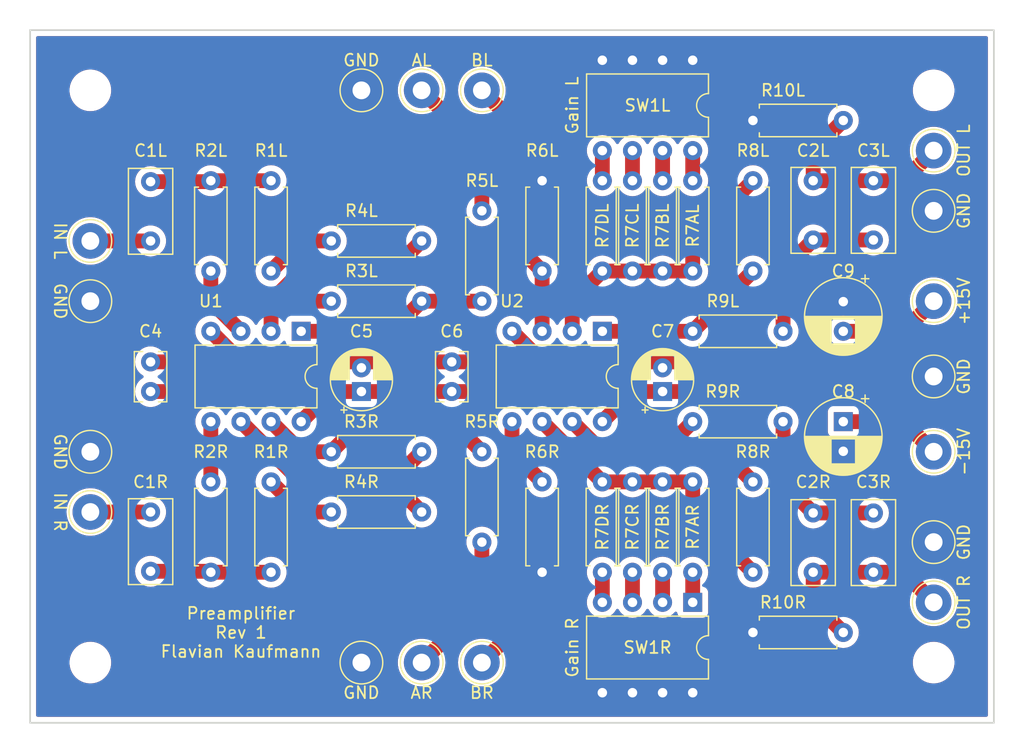
<source format=kicad_pcb>
(kicad_pcb (version 20221018) (generator pcbnew)
  (layers (0 "F.Cu" signal) (31 "B.Cu" signal) (34 "B.Paste" user) (35 "F.Paste" user) (36 "B.SilkS" user "B.Silkscreen") (37 "F.SilkS" user "F.Silkscreen") (38 "B.Mask" user) (39 "F.Mask" user) (44 "Edge.Cuts" user))
  (net 0 "")
  (net 1 "IN_L")
  (net 2 "Net-(C1L1-Pad2)")
  (net 3 "IN_R")
  (net 4 "Net-(C1R1-Pad2)")
  (net 5 "Net-(C2L1-Pad1)")
  (net 6 "OUT_L")
  (net 7 "Net-(C2L2-Pad1)")
  (net 8 "OUT_R")
  (net 9 "Net-(R1L1-Pad2)")
  (net 10 "Net-(R1R1-Pad2)")
  (net 11 "Net-(R2L1-Pad2)")
  (net 12 "Net-(R2R1-Pad2)")
  (net 13 "Net-(R3L1-Pad1)")
  (net 14 "Net-(R3L1-Pad2)")
  (net 15 "Net-(R3R1-Pad1)")
  (net 16 "Net-(R3R1-Pad2)")
  (net 17 "A_L")
  (net 18 "A_R")
  (net 19 "B_L")
  (net 20 "GND")
  (net 21 "B_R")
  (net 22 "Net-(R7AL1-Pad1)")
  (net 23 "Net-(R7AL1-Pad2)")
  (net 24 "Net-(R7AR1-Pad1)")
  (net 25 "Net-(R7AR1-Pad2)")
  (net 26 "Net-(R7BL1-Pad2)")
  (net 27 "Net-(R7BR1-Pad2)")
  (net 28 "Net-(R7CL1-Pad2)")
  (net 29 "Net-(R7CR1-Pad2)")
  (net 30 "Net-(R7DL1-Pad2)")
  (net 31 "Net-(R7DR1-Pad2)")
  (net 32 "Net-(R8L1-Pad1)")
  (net 33 "Net-(R8R1-Pad1)")
  (net 34 "-15V")
  (net 35 "+15V")
  (footprint "Resistor_THT:R_Axial_DIN0207_L6.3mm_D2.5mm_P7.62mm_Horizontal" (layer "F.Cu") (at 134.62 83.82 -90)
    (fp_text reference "R7BR1" hide)
    (fp_text value "8k2" hide)
    (fp_text user "${Name}" (at 3.81 0 90 unlocked) (layer "F.SilkS"))
    (pad "1" thru_hole circle (at 0 0 270) (size 1.6 1.6) (drill 0.8) (layers "*.Cu" "*.Mask") (net 24 "Net-(R7AR1-Pad1)"))
    (pad "2" thru_hole oval (at 7.62 0 270) (size 1.6 1.6) (drill 0.8) (layers "*.Cu" "*.Mask") (net 27 "Net-(R7BR1-Pad2)"))
  )
  (footprint "Resistor_THT:R_Axial_DIN0207_L6.3mm_D2.5mm_P7.62mm_Horizontal" (layer "F.Cu") (at 137.16 71.12)
    (fp_text reference "R9L1" hide)
    (fp_text value "100R" hide)
    (fp_text user "${Name}" (at 2.54 -2.54 unlocked) (layer "F.SilkS"))
    (pad "1" thru_hole circle (at 0 0) (size 1.6 1.6) (drill 0.8) (layers "*.Cu" "*.Mask") (net 32 "Net-(R8L1-Pad1)"))
    (pad "2" thru_hole oval (at 7.62 0) (size 1.6 1.6) (drill 0.8) (layers "*.Cu" "*.Mask") (net 5 "Net-(C2L1-Pad1)"))
  )
  (footprint "Connector_Pin:Pin_D1.3mm_L11.0mm_LooseFit" (layer "F.Cu") (at 86.36 86.36)
    (fp_text reference "REF**" hide)
    (fp_text value "Pin_D1.3mm_L11.0mm_LooseFit" hide)
    (pad "1" thru_hole circle (at 0 0) (size 3 3) (drill 1.5) (layers "*.Cu" "*.Mask") (net 3 "IN_R"))
  )
  (footprint "MountingHole:MountingHole_2.5mm" (layer "F.Cu") (at 157.48 50.8)
    (fp_text reference "REF**" hide)
    (fp_text value "MountingHole_2.5mm" hide)
    (pad "" np_thru_hole circle (at 0 0) (size 2.5 2.5) (drill 2.5) (layers "*.Cu" "*.Mask"))
  )
  (footprint "MountingHole:MountingHole_2.5mm" (layer "F.Cu") (at 86.36 99.06)
    (fp_text reference "REF**" hide)
    (fp_text value "MountingHole_2.5mm" hide)
    (pad "" np_thru_hole circle (at 0 0) (size 2.5 2.5) (drill 2.5) (layers "*.Cu" "*.Mask"))
  )
  (footprint "Connector_Pin:Pin_D1.3mm_L11.0mm_LooseFit" (layer "F.Cu") (at 157.48 55.88)
    (fp_text reference "REF**" hide)
    (fp_text value "Pin_D1.3mm_L11.0mm_LooseFit" hide)
    (pad "1" thru_hole circle (at 0 0) (size 3 3) (drill 1.5) (layers "*.Cu" "*.Mask") (net 6 "OUT_L"))
  )
  (footprint "Resistor_THT:R_Axial_DIN0207_L6.3mm_D2.5mm_P7.62mm_Horizontal" (layer "F.Cu") (at 101.6 91.44 90)
    (fp_text reference "R1R1" hide)
    (fp_text value "100k" hide)
    (fp_text user "${Name}" (at 10.16 0 unlocked) (layer "F.SilkS"))
    (pad "1" thru_hole circle (at 0 0 90) (size 1.6 1.6) (drill 0.8) (layers "*.Cu" "*.Mask") (net 4 "Net-(C1R1-Pad2)"))
    (pad "2" thru_hole oval (at 7.62 0 90) (size 1.6 1.6) (drill 0.8) (layers "*.Cu" "*.Mask") (net 10 "Net-(R1R1-Pad2)"))
  )
  (footprint "Package_DIP:DIP-8_W7.62mm" (layer "F.Cu") (at 129.54 71.12 -90)
    (fp_text reference "U2" (at -2.54 7.62 180) (layer "F.SilkS"))
    (fp_text value "OPA2134" hide)
    (pad "1" thru_hole rect (at 0 0 270) (size 1.6 1.6) (drill 0.8) (layers "*.Cu" "*.Mask") (net 32 "Net-(R8L1-Pad1)"))
    (pad "2" thru_hole oval (at 0 2.54 270) (size 1.6 1.6) (drill 0.8) (layers "*.Cu" "*.Mask") (net 22 "Net-(R7AL1-Pad1)"))
    (pad "3" thru_hole oval (at 0 5.08 270) (size 1.6 1.6) (drill 0.8) (layers "*.Cu" "*.Mask") (net 19 "B_L"))
    (pad "4" thru_hole oval (at 0 7.62 270) (size 1.6 1.6) (drill 0.8) (layers "*.Cu" "*.Mask") (net 34 "-15V"))
    (pad "5" thru_hole oval (at 7.62 7.62 270) (size 1.6 1.6) (drill 0.8) (layers "*.Cu" "*.Mask") (net 21 "B_R"))
    (pad "6" thru_hole oval (at 7.62 5.08 270) (size 1.6 1.6) (drill 0.8) (layers "*.Cu" "*.Mask") (net 24 "Net-(R7AR1-Pad1)"))
    (pad "7" thru_hole oval (at 7.62 2.54 270) (size 1.6 1.6) (drill 0.8) (layers "*.Cu" "*.Mask") (net 33 "Net-(R8R1-Pad1)"))
    (pad "8" thru_hole oval (at 7.62 0 270) (size 1.6 1.6) (drill 0.8) (layers "*.Cu" "*.Mask") (net 35 "+15V"))
  )
  (footprint "Resistor_THT:R_Axial_DIN0207_L6.3mm_D2.5mm_P7.62mm_Horizontal" (layer "F.Cu") (at 119.38 68.58 90)
    (fp_text reference "R5L1" hide)
    (fp_text value "1k5" hide)
    (fp_text user "${Name}" (at 10.16 0 unlocked) (layer "F.SilkS"))
    (pad "1" thru_hole circle (at 0 0 90) (size 1.6 1.6) (drill 0.8) (layers "*.Cu" "*.Mask") (net 14 "Net-(R3L1-Pad2)"))
    (pad "2" thru_hole oval (at 7.62 0 90) (size 1.6 1.6) (drill 0.8) (layers "*.Cu" "*.Mask") (net 17 "A_L"))
  )
  (footprint "Capacitor_THT:C_Rect_L4.0mm_W2.5mm_P2.50mm" (layer "F.Cu") (at 91.44 76.2 90)
    (fp_text reference "C4" (at 5.08 0 180) (layer "F.SilkS"))
    (fp_text value "100n" hide)
    (pad "1" thru_hole circle (at 0 0 90) (size 1.6 1.6) (drill 0.8) (layers "*.Cu" "*.Mask") (net 35 "+15V"))
    (pad "2" thru_hole circle (at 2.5 0 90) (size 1.6 1.6) (drill 0.8) (layers "*.Cu" "*.Mask") (net 34 "-15V"))
  )
  (footprint "Connector_Pin:Pin_D1.3mm_L11.0mm_LooseFit" (layer "F.Cu") (at 86.36 81.28)
    (fp_text reference "REF**" hide)
    (fp_text value "Pin_D1.3mm_L11.0mm_LooseFit" hide)
    (pad "1" thru_hole circle (at 0 0) (size 3 3) (drill 1.5) (layers "*.Cu" "*.Mask") (net 20 "GND"))
  )
  (footprint "Connector_Pin:Pin_D1.3mm_L11.0mm_LooseFit" (layer "F.Cu") (at 157.48 81.28)
    (fp_text reference "REF**" hide)
    (fp_text value "Pin_D1.3mm_L11.0mm_LooseFit" hide)
    (pad "1" thru_hole circle (at 0 0) (size 3 3) (drill 1.5) (layers "*.Cu" "*.Mask") (net 35 "+15V"))
  )
  (footprint "Capacitor_THT:C_Rect_L7.0mm_W3.5mm_P5.00mm" (layer "F.Cu") (at 147.32 63.42 90)
    (fp_text reference "C2L1" hide)
    (fp_text value "1u" hide)
    (fp_text user "${Name}" (at 7.54 0 unlocked) (layer "F.SilkS"))
    (pad "1" thru_hole circle (at 0 0 90) (size 1.6 1.6) (drill 0.8) (layers "*.Cu" "*.Mask") (net 5 "Net-(C2L1-Pad1)"))
    (pad "2" thru_hole circle (at 5 0 90) (size 1.6 1.6) (drill 0.8) (layers "*.Cu" "*.Mask") (net 6 "OUT_L"))
  )
  (footprint "Resistor_THT:R_Axial_DIN0207_L6.3mm_D2.5mm_P7.62mm_Horizontal" (layer "F.Cu") (at 106.68 63.5)
    (fp_text reference "R4L1" hide)
    (fp_text value "10k" hide)
    (fp_text user "${Name}" (at 2.54 -2.54 unlocked) (layer "F.SilkS"))
    (pad "1" thru_hole circle (at 0 0) (size 1.6 1.6) (drill 0.8) (layers "*.Cu" "*.Mask") (net 9 "Net-(R1L1-Pad2)"))
    (pad "2" thru_hole oval (at 7.62 0) (size 1.6 1.6) (drill 0.8) (layers "*.Cu" "*.Mask") (net 13 "Net-(R3L1-Pad1)"))
  )
  (footprint "Resistor_THT:R_Axial_DIN0207_L6.3mm_D2.5mm_P7.62mm_Horizontal" (layer "F.Cu") (at 124.46 66.04 90)
    (fp_text reference "R6L1" hide)
    (fp_text value "15k" hide)
    (fp_text user "${Name}" (at 10.16 0 unlocked) (layer "F.SilkS"))
    (pad "1" thru_hole circle (at 0 0 90) (size 1.6 1.6) (drill 0.8) (layers "*.Cu" "*.Mask") (net 19 "B_L"))
    (pad "2" thru_hole oval (at 7.62 0 90) (size 1.6 1.6) (drill 0.8) (layers "*.Cu" "*.Mask") (net 20 "GND"))
  )
  (footprint "Resistor_THT:R_Axial_DIN0207_L6.3mm_D2.5mm_P7.62mm_Horizontal" (layer "F.Cu") (at 106.68 86.36)
    (fp_text reference "R4R1" hide)
    (fp_text value "10k" hide)
    (fp_text user "${Name}" (at 2.54 -2.54 unlocked) (layer "F.SilkS"))
    (pad "1" thru_hole circle (at 0 0) (size 1.6 1.6) (drill 0.8) (layers "*.Cu" "*.Mask") (net 10 "Net-(R1R1-Pad2)"))
    (pad "2" thru_hole oval (at 7.62 0) (size 1.6 1.6) (drill 0.8) (layers "*.Cu" "*.Mask") (net 15 "Net-(R3R1-Pad1)"))
  )
  (footprint "Capacitor_THT:C_Rect_L7.0mm_W3.5mm_P5.00mm" (layer "F.Cu") (at 91.44 63.5 90)
    (fp_text reference "C1L1" hide)
    (fp_text value "1u" hide)
    (fp_text user "${Name}" (at 7.62 0 unlocked) (layer "F.SilkS"))
    (pad "1" thru_hole circle (at 0 0 90) (size 1.6 1.6) (drill 0.8) (layers "*.Cu" "*.Mask") (net 1 "IN_L"))
    (pad "2" thru_hole circle (at 5 0 90) (size 1.6 1.6) (drill 0.8) (layers "*.Cu" "*.Mask") (net 2 "Net-(C1L1-Pad2)"))
  )
  (footprint "Connector_Pin:Pin_D1.3mm_L11.0mm_LooseFit" (layer "F.Cu") (at 86.36 63.5)
    (fp_text reference "REF**" hide)
    (fp_text value "Pin_D1.3mm_L11.0mm_LooseFit" hide)
    (pad "1" thru_hole circle (at 0 0) (size 3 3) (drill 1.5) (layers "*.Cu" "*.Mask") (net 1 "IN_L"))
  )
  (footprint "Connector_Pin:Pin_D1.3mm_L11.0mm_LooseFit" (layer "F.Cu") (at 157.48 88.9)
    (fp_text reference "REF**" hide)
    (fp_text value "Pin_D1.3mm_L11.0mm_LooseFit" hide)
    (pad "1" thru_hole circle (at 0 0) (size 3 3) (drill 1.5) (layers "*.Cu" "*.Mask") (net 20 "GND"))
  )
  (footprint "Resistor_THT:R_Axial_DIN0207_L6.3mm_D2.5mm_P7.62mm_Horizontal" (layer "F.Cu") (at 101.6 58.42 -90)
    (fp_text reference "R1L1" hide)
    (fp_text value "100k" hide)
    (fp_text user "${Name}" (at -2.54 0 unlocked) (layer "F.SilkS"))
    (pad "1" thru_hole circle (at 0 0 270) (size 1.6 1.6) (drill 0.8) (layers "*.Cu" "*.Mask") (net 2 "Net-(C1L1-Pad2)"))
    (pad "2" thru_hole oval (at 7.62 0 270) (size 1.6 1.6) (drill 0.8) (layers "*.Cu" "*.Mask") (net 9 "Net-(R1L1-Pad2)"))
  )
  (footprint "Connector_Pin:Pin_D1.3mm_L11.0mm_LooseFit" (layer "F.Cu") (at 114.3 99.06)
    (fp_text reference "REF**" hide)
    (fp_text value "Pin_D1.3mm_L11.0mm_LooseFit" hide)
    (pad "1" thru_hole circle (at 0 0) (size 3 3) (drill 1.5) (layers "*.Cu" "*.Mask") (net 18 "A_R"))
  )
  (footprint "Connector_Pin:Pin_D1.3mm_L11.0mm_LooseFit" (layer "F.Cu") (at 109.22 50.8)
    (fp_text reference "REF**" hide)
    (fp_text value "Pin_D1.3mm_L11.0mm_LooseFit" hide)
    (pad "1" thru_hole circle (at 0 0) (size 3 3) (drill 1.5) (layers "*.Cu" "*.Mask") (net 20 "GND"))
  )
  (footprint "Connector_Pin:Pin_D1.3mm_L11.0mm_LooseFit" (layer "F.Cu") (at 157.48 74.93)
    (fp_text reference "REF**" hide)
    (fp_text value "Pin_D1.3mm_L11.0mm_LooseFit" hide)
    (pad "1" thru_hole circle (at 0 0) (size 3 3) (drill 1.5) (layers "*.Cu" "*.Mask") (net 20 "GND"))
  )
  (footprint "Connector_Pin:Pin_D1.3mm_L11.0mm_LooseFit" (layer "F.Cu") (at 119.38 50.8)
    (fp_text reference "REF**" hide)
    (fp_text value "Pin_D1.3mm_L11.0mm_LooseFit" hide)
    (pad "1" thru_hole circle (at 0 0) (size 3 3) (drill 1.5) (layers "*.Cu" "*.Mask") (net 19 "B_L"))
  )
  (footprint "Resistor_THT:R_Axial_DIN0207_L6.3mm_D2.5mm_P7.62mm_Horizontal" (layer "F.Cu") (at 137.16 78.74)
    (fp_text reference "R9R1" hide)
    (fp_text value "100R" hide)
    (fp_text user "${Name}" (at 2.54 -2.54 unlocked) (layer "F.SilkS"))
    (pad "1" thru_hole circle (at 0 0) (size 1.6 1.6) (drill 0.8) (layers "*.Cu" "*.Mask") (net 33 "Net-(R8R1-Pad1)"))
    (pad "2" thru_hole oval (at 7.62 0) (size 1.6 1.6) (drill 0.8) (layers "*.Cu" "*.Mask") (net 7 "Net-(C2L2-Pad1)"))
  )
  (footprint "Capacitor_THT:C_Rect_L7.0mm_W3.5mm_P5.00mm" (layer "F.Cu") (at 91.44 86.36 -90)
    (fp_text reference "C1R1" hide)
    (fp_text value "1u" hide)
    (fp_text user "${Name}" (at -2.54 0 unlocked) (layer "F.SilkS"))
    (pad "1" thru_hole circle (at 0 0 270) (size 1.6 1.6) (drill 0.8) (layers "*.Cu" "*.Mask") (net 3 "IN_R"))
    (pad "2" thru_hole circle (at 5 0 270) (size 1.6 1.6) (drill 0.8) (layers "*.Cu" "*.Mask") (net 4 "Net-(C1R1-Pad2)"))
  )
  (footprint "Capacitor_THT:CP_Radial_D6.3mm_P2.50mm" (layer "F.Cu") (at 149.86 68.62 -90)
    (fp_text reference "C9" (at -2.58 0 180) (layer "F.SilkS"))
    (fp_text value "10u" hide)
    (pad "1" thru_hole rect (at 0 0 270) (size 1.6 1.6) (drill 0.8) (layers "*.Cu" "*.Mask") (net 20 "GND"))
    (pad "2" thru_hole circle (at 2.5 0 270) (size 1.6 1.6) (drill 0.8) (layers "*.Cu" "*.Mask") (net 34 "-15V"))
  )
  (footprint "MountingHole:MountingHole_2.5mm" (layer "F.Cu") (at 86.36 50.8)
    (fp_text reference "REF**" hide)
    (fp_text value "MountingHole_2.5mm" hide)
    (pad "" np_thru_hole circle (at 0 0) (size 2.5 2.5) (drill 2.5) (layers "*.Cu" "*.Mask"))
  )
  (footprint "Resistor_THT:R_Axial_DIN0207_L6.3mm_D2.5mm_P7.62mm_Horizontal" (layer "F.Cu") (at 119.38 81.28 -90)
    (fp_text reference "R5R1" hide)
    (fp_text value "1k5" hide)
    (fp_text user "${Name}" (at -2.54 0 unlocked) (layer "F.SilkS"))
    (pad "1" thru_hole circle (at 0 0 270) (size 1.6 1.6) (drill 0.8) (layers "*.Cu" "*.Mask") (net 16 "Net-(R3R1-Pad2)"))
    (pad "2" thru_hole oval (at 7.62 0 270) (size 1.6 1.6) (drill 0.8) (layers "*.Cu" "*.Mask") (net 18 "A_R"))
  )
  (footprint "Capacitor_THT:C_Rect_L7.0mm_W3.5mm_P5.00mm" (layer "F.Cu") (at 147.32 86.44 -90)
    (fp_text reference "C2L2" hide)
    (fp_text value "1u" hide)
    (fp_text user "${Name}" (at -2.62 0 unlocked) (layer "F.SilkS"))
    (pad "1" thru_hole circle (at 0 0 270) (size 1.6 1.6) (drill 0.8) (layers "*.Cu" "*.Mask") (net 7 "Net-(C2L2-Pad1)"))
    (pad "2" thru_hole circle (at 5 0 270) (size 1.6 1.6) (drill 0.8) (layers "*.Cu" "*.Mask") (net 8 "OUT_R"))
  )
  (footprint "Resistor_THT:R_Axial_DIN0207_L6.3mm_D2.5mm_P7.62mm_Horizontal" (layer "F.Cu") (at 132.08 66.04 90)
    (fp_text reference "R7CL1" hide)
    (fp_text value "10k" hide)
    (fp_text user "${Name}" (at 3.81 0 90 unlocked) (layer "F.SilkS"))
    (pad "1" thru_hole circle (at 0 0 90) (size 1.6 1.6) (drill 0.8) (layers "*.Cu" "*.Mask") (net 22 "Net-(R7AL1-Pad1)"))
    (pad "2" thru_hole oval (at 7.62 0 90) (size 1.6 1.6) (drill 0.8) (layers "*.Cu" "*.Mask") (net 28 "Net-(R7CL1-Pad2)"))
  )
  (footprint "Capacitor_THT:C_Rect_L7.0mm_W3.5mm_P5.00mm" (layer "F.Cu") (at 152.4 91.44 90)
    (fp_text reference "C3L2" hide)
    (fp_text value "1u" hide)
    (fp_text user "${Name}" (at 7.62 0 unlocked) (layer "F.SilkS"))
    (pad "1" thru_hole circle (at 0 0 90) (size 1.6 1.6) (drill 0.8) (layers "*.Cu" "*.Mask") (net 8 "OUT_R"))
    (pad "2" thru_hole circle (at 5 0 90) (size 1.6 1.6) (drill 0.8) (layers "*.Cu" "*.Mask") (net 7 "Net-(C2L2-Pad1)"))
  )
  (footprint "Resistor_THT:R_Axial_DIN0207_L6.3mm_D2.5mm_P7.62mm_Horizontal" (layer "F.Cu") (at 114.3 81.28 180)
    (fp_text reference "R3R1" hide)
    (fp_text value "10k" hide)
    (fp_text user "${Name}" (at 5.08 2.54 unlocked) (layer "F.SilkS"))
    (pad "1" thru_hole circle (at 0 0 180) (size 1.6 1.6) (drill 0.8) (layers "*.Cu" "*.Mask") (net 15 "Net-(R3R1-Pad1)"))
    (pad "2" thru_hole oval (at 7.62 0 180) (size 1.6 1.6) (drill 0.8) (layers "*.Cu" "*.Mask") (net 16 "Net-(R3R1-Pad2)"))
  )
  (footprint "Capacitor_THT:CP_Radial_D5.0mm_P2.00mm" (layer "F.Cu") (at 109.22 76.2 90)
    (fp_text reference "C5" (at 5.08 0 180) (layer "F.SilkS"))
    (fp_text value "1u" hide)
    (pad "1" thru_hole rect (at 0 0 90) (size 1.6 1.6) (drill 0.8) (layers "*.Cu" "*.Mask") (net 35 "+15V"))
    (pad "2" thru_hole circle (at 2 0 90) (size 1.6 1.6) (drill 0.8) (layers "*.Cu" "*.Mask") (net 34 "-15V"))
  )
  (footprint "Resistor_THT:R_Axial_DIN0207_L6.3mm_D2.5mm_P7.62mm_Horizontal" (layer "F.Cu") (at 142.24 66.04 90)
    (fp_text reference "R8L1" hide)
    (fp_text value "10k" hide)
    (fp_text user "${Name}" (at 10.16 0 unlocked) (layer "F.SilkS"))
    (pad "1" thru_hole circle (at 0 0 90) (size 1.6 1.6) (drill 0.8) (layers "*.Cu" "*.Mask") (net 32 "Net-(R8L1-Pad1)"))
    (pad "2" thru_hole oval (at 7.62 0 90) (size 1.6 1.6) (drill 0.8) (layers "*.Cu" "*.Mask") (net 22 "Net-(R7AL1-Pad1)"))
  )
  (footprint "Package_DIP:DIP-8_W7.62mm" (layer "F.Cu") (at 137.16 93.98 -90)
    (fp_text reference "SW1R1" hide)
    (fp_text value "SW_DIP_x04" hide)
    (fp_text user "${Name}" (at 3.81 3.81 unlocked) (layer "F.SilkS"))
    (pad "1" thru_hole rect (at 0 0 270) (size 1.6 1.6) (drill 0.8) (layers "*.Cu" "*.Mask") (net 25 "Net-(R7AR1-Pad2)"))
    (pad "2" thru_hole oval (at 0 2.54 270) (size 1.6 1.6) (drill 0.8) (layers "*.Cu" "*.Mask") (net 27 "Net-(R7BR1-Pad2)"))
    (pad "3" thru_hole oval (at 0 5.08 270) (size 1.6 1.6) (drill 0.8) (layers "*.Cu" "*.Mask") (net 29 "Net-(R7CR1-Pad2)"))
    (pad "4" thru_hole oval (at 0 7.62 270) (size 1.6 1.6) (drill 0.8) (layers "*.Cu" "*.Mask") (net 31 "Net-(R7DR1-Pad2)"))
    (pad "5" thru_hole oval (at 7.62 7.62 270) (size 1.6 1.6) (drill 0.8) (layers "*.Cu" "*.Mask") (net 20 "GND"))
    (pad "6" thru_hole oval (at 7.62 5.08 270) (size 1.6 1.6) (drill 0.8) (layers "*.Cu" "*.Mask") (net 20 "GND"))
    (pad "7" thru_hole oval (at 7.62 2.54 270) (size 1.6 1.6) (drill 0.8) (layers "*.Cu" "*.Mask") (net 20 "GND"))
    (pad "8" thru_hole oval (at 7.62 0 270) (size 1.6 1.6) (drill 0.8) (layers "*.Cu" "*.Mask") (net 20 "GND"))
  )
  (footprint "Capacitor_THT:C_Rect_L7.0mm_W3.5mm_P5.00mm" (layer "F.Cu") (at 152.4 58.42 -90)
    (fp_text reference "C3L1" hide)
    (fp_text value "1u" hide)
    (fp_text user "${Name}" (at -2.54 0 unlocked) (layer "F.SilkS"))
    (pad "1" thru_hole circle (at 0 0 270) (size 1.6 1.6) (drill 0.8) (layers "*.Cu" "*.Mask") (net 6 "OUT_L"))
    (pad "2" thru_hole circle (at 5 0 270) (size 1.6 1.6) (drill 0.8) (layers "*.Cu" "*.Mask") (net 5 "Net-(C2L1-Pad1)"))
  )
  (footprint "Capacitor_THT:CP_Radial_D5.0mm_P2.00mm" (layer "F.Cu") (at 134.62 76.2 90)
    (fp_text reference "C7" (at 5.08 0 180) (layer "F.SilkS"))
    (fp_text value "1u" hide)
    (pad "1" thru_hole rect (at 0 0 90) (size 1.6 1.6) (drill 0.8) (layers "*.Cu" "*.Mask") (net 35 "+15V"))
    (pad "2" thru_hole circle (at 2 0 90) (size 1.6 1.6) (drill 0.8) (layers "*.Cu" "*.Mask") (net 34 "-15V"))
  )
  (footprint "Connector_Pin:Pin_D1.3mm_L11.0mm_LooseFit" (layer "F.Cu") (at 86.36 68.58)
    (fp_text reference "REF**" hide)
    (fp_text value "Pin_D1.3mm_L11.0mm_LooseFit" hide)
    (pad "1" thru_hole circle (at 0 0) (size 3 3) (drill 1.5) (layers "*.Cu" "*.Mask") (net 20 "GND"))
  )
  (footprint "Resistor_THT:R_Axial_DIN0207_L6.3mm_D2.5mm_P7.62mm_Horizontal" (layer "F.Cu") (at 137.16 83.82 -90)
    (fp_text reference "R7AR1" hide)
    (fp_text value "6k8" hide)
    (fp_text user "${Name}" (at 3.81 0 90 unlocked) (layer "F.SilkS"))
    (pad "1" thru_hole circle (at 0 0 270) (size 1.6 1.6) (drill 0.8) (layers "*.Cu" "*.Mask") (net 24 "Net-(R7AR1-Pad1)"))
    (pad "2" thru_hole oval (at 7.62 0 270) (size 1.6 1.6) (drill 0.8) (layers "*.Cu" "*.Mask") (net 25 "Net-(R7AR1-Pad2)"))
  )
  (footprint "Capacitor_THT:CP_Radial_D6.3mm_P2.50mm" (layer "F.Cu") (at 149.86 78.74 -90)
    (fp_text reference "C8" (at -2.54 0 180) (layer "F.SilkS"))
    (fp_text value "10u" hide)
    (pad "1" thru_hole rect (at 0 0 270) (size 1.6 1.6) (drill 0.8) (layers "*.Cu" "*.Mask") (net 35 "+15V"))
    (pad "2" thru_hole circle (at 2.5 0 270) (size 1.6 1.6) (drill 0.8) (layers "*.Cu" "*.Mask") (net 20 "GND"))
  )
  (footprint "Resistor_THT:R_Axial_DIN0207_L6.3mm_D2.5mm_P7.62mm_Horizontal" (layer "F.Cu") (at 134.62 66.04 90)
    (fp_text reference "R7BL1" hide)
    (fp_text value "8k2" hide)
    (fp_text user "${Name}" (at 3.81 0 90 unlocked) (layer "F.SilkS"))
    (pad "1" thru_hole circle (at 0 0 90) (size 1.6 1.6) (drill 0.8) (layers "*.Cu" "*.Mask") (net 22 "Net-(R7AL1-Pad1)"))
    (pad "2" thru_hole oval (at 7.62 0 90) (size 1.6 1.6) (drill 0.8) (layers "*.Cu" "*.Mask") (net 26 "Net-(R7BL1-Pad2)"))
  )
  (footprint "Connector_Pin:Pin_D1.3mm_L11.0mm_LooseFit" (layer "F.Cu") (at 114.3 50.8)
    (fp_text reference "REF**" hide)
    (fp_text value "Pin_D1.3mm_L11.0mm_LooseFit" hide)
    (pad "1" thru_hole circle (at 0 0) (size 3 3) (drill 1.5) (layers "*.Cu" "*.Mask") (net 17 "A_L"))
  )
  (footprint "Resistor_THT:R_Axial_DIN0207_L6.3mm_D2.5mm_P7.62mm_Horizontal" (layer "F.Cu") (at 132.08 83.82 -90)
    (fp_text reference "R7CR1" hide)
    (fp_text value "10k" hide)
    (fp_text user "${Name}" (at 3.81 0 90 unlocked) (layer "F.SilkS"))
    (pad "1" thru_hole circle (at 0 0 270) (size 1.6 1.6) (drill 0.8) (layers "*.Cu" "*.Mask") (net 24 "Net-(R7AR1-Pad1)"))
    (pad "2" thru_hole oval (at 7.62 0 270) (size 1.6 1.6) (drill 0.8) (layers "*.Cu" "*.Mask") (net 29 "Net-(R7CR1-Pad2)"))
  )
  (footprint "Connector_Pin:Pin_D1.3mm_L11.0mm_LooseFit" (layer "F.Cu") (at 157.48 60.96)
    (fp_text reference "REF**" hide)
    (fp_text value "Pin_D1.3mm_L11.0mm_LooseFit" hide)
    (pad "1" thru_hole circle (at 0 0) (size 3 3) (drill 1.5) (layers "*.Cu" "*.Mask") (net 20 "GND"))
  )
  (footprint "Resistor_THT:R_Axial_DIN0207_L6.3mm_D2.5mm_P7.62mm_Horizontal" (layer "F.Cu") (at 137.16 66.04 90)
    (fp_text reference "R7AL1" hide)
    (fp_text value "6k8" hide)
    (fp_text user "${Name}" (at 3.81 0 90 unlocked) (layer "F.SilkS"))
    (pad "1" thru_hole circle (at 0 0 90) (size 1.6 1.6) (drill 0.8) (layers "*.Cu" "*.Mask") (net 22 "Net-(R7AL1-Pad1)"))
    (pad "2" thru_hole oval (at 7.62 0 90) (size 1.6 1.6) (drill 0.8) (layers "*.Cu" "*.Mask") (net 23 "Net-(R7AL1-Pad2)"))
  )
  (footprint "Connector_Pin:Pin_D1.3mm_L11.0mm_LooseFit" (layer "F.Cu") (at 157.48 93.98)
    (fp_text reference "REF**" hide)
    (fp_text value "Pin_D1.3mm_L11.0mm_LooseFit" hide)
    (pad "1" thru_hole circle (at 0 0) (size 3 3) (drill 1.5) (layers "*.Cu" "*.Mask") (net 8 "OUT_R"))
  )
  (footprint "Capacitor_THT:C_Rect_L4.0mm_W2.5mm_P2.50mm" (layer "F.Cu") (at 116.84 76.2 90)
    (fp_text reference "C6" (at 5.08 0 180) (layer "F.SilkS"))
    (fp_text value "100n" hide)
    (pad "1" thru_hole circle (at 0 0 90) (size 1.6 1.6) (drill 0.8) (layers "*.Cu" "*.Mask") (net 35 "+15V"))
    (pad "2" thru_hole circle (at 2.5 0 90) (size 1.6 1.6) (drill 0.8) (layers "*.Cu" "*.Mask") (net 34 "-15V"))
  )
  (footprint "Connector_Pin:Pin_D1.3mm_L11.0mm_LooseFit" (layer "F.Cu") (at 157.48 68.58)
    (fp_text reference "REF**" hide)
    (fp_text value "Pin_D1.3mm_L11.0mm_LooseFit" hide)
    (pad "1" thru_hole circle (at 0 0) (size 3 3) (drill 1.5) (layers "*.Cu" "*.Mask") (net 34 "-15V"))
  )
  (footprint "Connector_Pin:Pin_D1.3mm_L11.0mm_LooseFit" (layer "F.Cu") (at 109.22 99.06)
    (fp_text reference "REF**" hide)
    (fp_text value "Pin_D1.3mm_L11.0mm_LooseFit" hide)
    (pad "1" thru_hole circle (at 0 0) (size 3 3) (drill 1.5) (layers "*.Cu" "*.Mask") (net 20 "GND"))
  )
  (footprint "Resistor_THT:R_Axial_DIN0207_L6.3mm_D2.5mm_P7.62mm_Horizontal" (layer "F.Cu") (at 149.86 96.52 180)
    (fp_text reference "R10R1" hide)
    (fp_text value "100k" hide)
    (fp_text user "${Name}" (at 5.08 2.54 unlocked) (layer "F.SilkS"))
    (pad "1" thru_hole circle (at 0 0 180) (size 1.6 1.6) (drill 0.8) (layers "*.Cu" "*.Mask") (net 8 "OUT_R"))
    (pad "2" thru_hole oval (at 7.62 0 180) (size 1.6 1.6) (drill 0.8) (layers "*.Cu" "*.Mask") (net 20 "GND"))
  )
  (footprint "Resistor_THT:R_Axial_DIN0207_L6.3mm_D2.5mm_P7.62mm_Horizontal" (layer "F.Cu") (at 106.68 68.58)
    (fp_text reference "R3L1" hide)
    (fp_text value "10k" hide)
    (fp_text user "${Name}" (at 2.54 -2.54 unlocked) (layer "F.SilkS"))
    (pad "1" thru_hole circle (at 0 0) (size 1.6 1.6) (drill 0.8) (layers "*.Cu" "*.Mask") (net 13 "Net-(R3L1-Pad1)"))
    (pad "2" thru_hole oval (at 7.62 0) (size 1.6 1.6) (drill 0.8) (layers "*.Cu" "*.Mask") (net 14 "Net-(R3L1-Pad2)"))
  )
  (footprint "Resistor_THT:R_Axial_DIN0207_L6.3mm_D2.5mm_P7.62mm_Horizontal" (layer "F.Cu") (at 124.46 83.82 -90)
    (fp_text reference "R6R1" hide)
    (fp_text value "15k" hide)
    (fp_text user "${Name}" (at -2.54 0 unlocked) (layer "F.SilkS"))
    (pad "1" thru_hole circle (at 0 0 270) (size 1.6 1.6) (drill 0.8) (layers "*.Cu" "*.Mask") (net 21 "B_R"))
    (pad "2" thru_hole oval (at 7.62 0 270) (size 1.6 1.6) (drill 0.8) (layers "*.Cu" "*.Mask") (net 20 "GND"))
  )
  (footprint "Resistor_THT:R_Axial_DIN0207_L6.3mm_D2.5mm_P7.62mm_Horizontal" (layer "F.Cu") (at 96.52 91.44 90)
    (fp_text reference "R2R1" hide)
    (fp_text value "1k" hide)
    (fp_text user "${Name}" (at 10.16 0 unlocked) (layer "F.SilkS"))
    (pad "1" thru_hole circle (at 0 0 90) (size 1.6 1.6) (drill 0.8) (layers "*.Cu" "*.Mask") (net 4 "Net-(C1R1-Pad2)"))
    (pad "2" thru_hole oval (at 7.62 0 90) (size 1.6 1.6) (drill 0.8) (layers "*.Cu" "*.Mask") (net 12 "Net-(R2R1-Pad2)"))
  )
  (footprint "Resistor_THT:R_Axial_DIN0207_L6.3mm_D2.5mm_P7.62mm_Horizontal" (layer "F.Cu") (at 149.86 53.34 180)
    (fp_text reference "R10L1" hide)
    (fp_text value "100k" hide)
    (fp_text user "${Name}" (at 5.08 2.54 unlocked) (layer "F.SilkS"))
    (pad "1" thru_hole circle (at 0 0 180) (size 1.6 1.6) (drill 0.8) (layers "*.Cu" "*.Mask") (net 6 "OUT_L"))
    (pad "2" thru_hole oval (at 7.62 0 180) (size 1.6 1.6) (drill 0.8) (layers "*.Cu" "*.Mask") (net 20 "GND"))
  )
  (footprint "Resistor_THT:R_Axial_DIN0207_L6.3mm_D2.5mm_P7.62mm_Horizontal" (layer "F.Cu") (at 96.52 58.42 -90)
    (fp_text reference "R2L1" hide)
    (fp_text value "1k" hide)
    (fp_text user "${Name}" (at -2.54 0 unlocked) (layer "F.SilkS"))
    (pad "1" thru_hole circle (at 0 0 270) (size 1.6 1.6) (drill 0.8) (layers "*.Cu" "*.Mask") (net 2 "Net-(C1L1-Pad2)"))
    (pad "2" thru_hole oval (at 7.62 0 270) (size 1.6 1.6) (drill 0.8) (layers "*.Cu" "*.Mask") (net 11 "Net-(R2L1-Pad2)"))
  )
  (footprint "Package_DIP:DIP-8_W7.62mm" (layer "F.Cu") (at 104.14 71.12 -90)
    (fp_text reference "U1" (at -2.54 7.62 180) (layer "F.SilkS"))
    (fp_text value "OPA2134" hide)
    (pad "1" thru_hole rect (at 0 0 270) (size 1.6 1.6) (drill 0.8) (layers "*.Cu" "*.Mask") (net 14 "Net-(R3L1-Pad2)"))
    (pad "2" thru_hole oval (at 0 2.54 270) (size 1.6 1.6) (drill 0.8) (layers "*.Cu" "*.Mask") (net 13 "Net-(R3L1-Pad1)"))
    (pad "3" thru_hole oval (at 0 5.08 270) (size 1.6 1.6) (drill 0.8) (layers "*.Cu" "*.Mask") (net 11 "Net-(R2L1-Pad2)"))
    (pad "4" thru_hole oval (at 0 7.62 270) (size 1.6 1.6) (drill 0.8) (layers "*.Cu" "*.Mask") (net 34 "-15V"))
    (pad "5" thru_hole oval (at 7.62 7.62 270) (size 1.6 1.6) (drill 0.8) (layers "*.Cu" "*.Mask") (net 12 "Net-(R2R1-Pad2)"))
    (pad "6" thru_hole oval (at 7.62 5.08 270) (size 1.6 1.6) (drill 0.8) (layers "*.Cu" "*.Mask") (net 15 "Net-(R3R1-Pad1)"))
    (pad "7" thru_hole oval (at 7.62 2.54 270) (size 1.6 1.6) (drill 0.8) (layers "*.Cu" "*.Mask") (net 16 "Net-(R3R1-Pad2)"))
    (pad "8" thru_hole oval (at 7.62 0 270) (size 1.6 1.6) (drill 0.8) (layers "*.Cu" "*.Mask") (net 35 "+15V"))
  )
  (footprint "MountingHole:MountingHole_2.5mm" (layer "F.Cu") (at 157.48 99.06)
    (fp_text reference "REF**" hide)
    (fp_text value "MountingHole_2.5mm" hide)
    (pad "" np_thru_hole circle (at 0 0) (size 2.5 2.5) (drill 2.5) (layers "*.Cu" "*.Mask"))
  )
  (footprint "Resistor_THT:R_Axial_DIN0207_L6.3mm_D2.5mm_P7.62mm_Horizontal" (layer "F.Cu") (at 129.54 83.82 -90)
    (fp_text reference "R7DR1" hide)
    (fp_text value "15k" hide)
    (fp_text user "${Name}" (at 3.81 0 90 unlocked) (layer "F.SilkS"))
    (pad "1" thru_hole circle (at 0 0 270) (size 1.6 1.6) (drill 0.8) (layers "*.Cu" "*.Mask") (net 24 "Net-(R7AR1-Pad1)"))
    (pad "2" thru_hole oval (at 7.62 0 270) (size 1.6 1.6) (drill 0.8) (layers "*.Cu" "*.Mask") (net 31 "Net-(R7DR1-Pad2)"))
  )
  (footprint "Resistor_THT:R_Axial_DIN0207_L6.3mm_D2.5mm_P7.62mm_Horizontal" (layer "F.Cu") (at 129.54 66.04 90)
    (fp_text reference "R7DL1" hide)
    (fp_text value "15k" hide)
    (fp_text user "${Name}" (at 3.81 0 90 unlocked) (layer "F.SilkS"))
    (pad "1" thru_hole circle (at 0 0 90) (size 1.6 1.6) (drill 0.8) (layers "*.Cu" "*.Mask") (net 22 "Net-(R7AL1-Pad1)"))
    (pad "2" thru_hole oval (at 7.62 0 90) (size 1.6 1.6) (drill 0.8) (layers "*.Cu" "*.Mask") (net 30 "Net-(R7DL1-Pad2)"))
  )
  (footprint "Connector_Pin:Pin_D1.3mm_L11.0mm_LooseFit" (layer "F.Cu") (at 119.38 99.06)
    (fp_text reference "REF**" hide)
    (fp_text value "Pin_D1.3mm_L11.0mm_LooseFit" hide)
    (pad "1" thru_hole circle (at 0 0) (size 3 3) (drill 1.5) (layers "*.Cu" "*.Mask") (net 21 "B_R"))
  )
  (footprint "Resistor_THT:R_Axial_DIN0207_L6.3mm_D2.5mm_P7.62mm_Horizontal" (layer "F.Cu") (at 142.24 83.82 -90)
    (fp_text reference "R8R1" hide)
    (fp_text value "10k" hide)
    (fp_text user "${Name}" (at -2.54 0 unlocked) (layer "F.SilkS"))
    (pad "1" thru_hole circle (at 0 0 270) (size 1.6 1.6) (drill 0.8) (layers "*.Cu" "*.Mask") (net 33 "Net-(R8R1-Pad1)"))
    (pad "2" thru_hole oval (at 7.62 0 270) (size 1.6 1.6) (drill 0.8) (layers "*.Cu" "*.Mask") (net 24 "Net-(R7AR1-Pad1)"))
  )
  (footprint "Package_DIP:DIP-8_W7.62mm" (layer "F.Cu") (at 137.16 48.26 -90)
    (fp_text reference "SW1L1" hide)
    (fp_text value "SW_DIP_x04" hide)
    (fp_text user "${Name}" (at 3.81 3.81 unlocked) (layer "F.SilkS"))
    (pad "1" thru_hole rect (at 0 0 270) (size 1.6 1.6) (drill 0.8) (layers "*.Cu" "*.Mask") (net 20 "GND"))
    (pad "2" thru_hole oval (at 0 2.54 270) (size 1.6 1.6) (drill 0.8) (layers "*.Cu" "*.Mask") (net 20 "GND"))
    (pad "3" thru_hole oval (at 0 5.08 270) (size 1.6 1.6) (drill 0.8) (layers "*.Cu" "*.Mask") (net 20 "GND"))
    (pad "4" thru_hole oval (at 0 7.62 270) (size 1.6 1.6) (drill 0.8) (layers "*.Cu" "*.Mask") (net 20 "GND"))
    (pad "5" thru_hole oval (at 7.62 7.62 270) (size 1.6 1.6) (drill 0.8) (layers "*.Cu" "*.Mask") (net 30 "Net-(R7DL1-Pad2)"))
    (pad "6" thru_hole oval (at 7.62 5.08 270) (size 1.6 1.6) (drill 0.8) (layers "*.Cu" "*.Mask") (net 28 "Net-(R7CL1-Pad2)"))
    (pad "7" thru_hole oval (at 7.62 2.54 270) (size 1.6 1.6) (drill 0.8) (layers "*.Cu" "*.Mask") (net 26 "Net-(R7BL1-Pad2)"))
    (pad "8" thru_hole oval (at 7.62 0 270) (size 1.6 1.6) (drill 0.8) (layers "*.Cu" "*.Mask") (net 23 "Net-(R7AL1-Pad2)"))
  )
  (gr_rect (start 81.28 45.72) (end 162.56 104.14) (stroke (width 0.15)) (fill none) (layer "Edge.Cuts"))
  (gr_text "AL" (at 114.3 48.26) (layer "F.SilkS") (effects (font (size 1 1))))
  (gr_text "GND" (at 109.22 48.26) (layer "F.SilkS") (effects (font (size 1 1))))
  (gr_text "GND" (at 83.82 81.28 270) (layer "F.SilkS") (effects (font (size 1 1))))
  (gr_text "BR" (at 119.38 101.6) (layer "F.SilkS") (effects (font (size 1 1))))
  (gr_text "OUT R" (at 160.02 93.98 90) (layer "F.SilkS") (effects (font (size 1 1))))
  (gr_text "IN L" (at 83.82 63.5 270) (layer "F.SilkS") (effects (font (size 1 1))))
  (gr_text "GND" (at 160.02 60.96 90) (layer "F.SilkS") (effects (font (size 1 1))))
  (gr_text "GND" (at 160.02 74.93 90) (layer "F.SilkS") (effects (font (size 1 1))))
  (gr_text "-15V" (at 160.02 81.28 90) (layer "F.SilkS") (effects (font (size 1 1))))
  (gr_text "IN R" (at 83.82 86.36 270) (layer "F.SilkS") (effects (font (size 1 1))))
  (gr_text "+15V" (at 160.02 68.58 90) (layer "F.SilkS") (effects (font (size 1 1))))
  (gr_text "GND" (at 160.02 88.9 90) (layer "F.SilkS") (effects (font (size 1 1))))
  (gr_text "OUT L" (at 160.02 55.88 90) (layer "F.SilkS") (effects (font (size 1 1))))
  (gr_text "Gain L" (at 127 52.07 90) (layer "F.SilkS") (effects (font (size 1 1))))
  (gr_text "GND" (at 83.82 68.58 270) (layer "F.SilkS") (effects (font (size 1 1))))
  (gr_text "GND" (at 109.22 101.6) (layer "F.SilkS") (effects (font (size 1 1))))
  (gr_text "Gain R" (at 127 97.79 90) (layer "F.SilkS") (effects (font (size 1 1))))
  (gr_text "BL" (at 119.38 48.26) (layer "F.SilkS") (effects (font (size 1 1))))
  (gr_text "Preamplifier\nRev 1\nFlavian Kaufmann" (at 99.06 96.52) (layer "F.SilkS") (effects (font (size 1 1))))
  (gr_text "AR" (at 114.3 101.6) (layer "F.SilkS") (effects (font (size 1 1))))
  (segment (start 86.36 63.5) (end 91.44 63.5) (width 1.25) (layer "F.Cu") (net 1))
  (segment (start 96.52 58.42) (end 101.6 58.42) (width 1.25) (layer "F.Cu") (net 2))
  (segment (start 91.44 58.5) (end 96.44 58.5) (width 1.25) (layer "F.Cu") (net 2))
  (segment (start 96.44 58.5) (end 96.52 58.42) (width 1.25) (layer "F.Cu") (net 2))
  (segment (start 86.36 86.36) (end 91.44 86.36) (width 1.25) (layer "F.Cu") (net 3))
  (segment (start 96.44 91.36) (end 96.52 91.44) (width 1.25) (layer "F.Cu") (net 4))
  (segment (start 91.44 91.36) (end 96.44 91.36) (width 1.25) (layer "F.Cu") (net 4))
  (segment (start 96.52 91.44) (end 101.6 91.44) (width 1.25) (layer "F.Cu") (net 4))
  (segment (start 144.78 65.96) (end 147.32 63.42) (width 1.25) (layer "F.Cu") (net 5))
  (segment (start 144.78 71.12) (end 144.78 65.96) (width 1.25) (layer "F.Cu") (net 5))
  (segment (start 147.32 63.42) (end 152.4 63.42) (width 1.25) (layer "F.Cu") (net 5))
  (segment (start 154.94 58.42) (end 157.48 55.88) (width 1.25) (layer "F.Cu") (net 6))
  (segment (start 152.4 58.42) (end 154.94 58.42) (width 1.25) (layer "F.Cu") (net 6))
  (segment (start 147.32 58.42) (end 152.4 58.42) (width 1.25) (layer "F.Cu") (net 6))
  (segment (start 147.32 55.88) (end 149.86 53.34) (width 1.25) (layer "F.Cu") (net 6))
  (segment (start 147.32 58.42) (end 147.32 55.88) (width 1.25) (layer "F.Cu") (net 6))
  (segment (start 147.32 86.44) (end 152.4 86.44) (width 1.25) (layer "F.Cu") (net 7))
  (segment (start 144.78 78.74) (end 144.78 83.9) (width 1.25) (layer "F.Cu") (net 7))
  (segment (start 144.78 83.9) (end 147.32 86.44) (width 1.25) (layer "F.Cu") (net 7))
  (segment (start 147.32 91.44) (end 147.32 93.98) (width 1.25) (layer "F.Cu") (net 8))
  (segment (start 152.4 91.44) (end 147.32 91.44) (width 1.25) (layer "F.Cu") (net 8))
  (segment (start 152.4 91.44) (end 154.94 91.44) (width 1.25) (layer "F.Cu") (net 8))
  (segment (start 154.94 91.44) (end 157.48 93.98) (width 1.25) (layer "F.Cu") (net 8))
  (segment (start 147.32 93.98) (end 149.86 96.52) (width 1.25) (layer "F.Cu") (net 8))
  (segment (start 104.14 63.5) (end 106.68 63.5) (width 1.25) (layer "F.Cu") (net 9))
  (segment (start 101.6 66.04) (end 104.14 63.5) (width 1.25) (layer "F.Cu") (net 9))
  (segment (start 101.6 83.82) (end 104.14 86.36) (width 1.25) (layer "F.Cu") (net 10))
  (segment (start 104.14 86.36) (end 106.68 86.36) (width 1.25) (layer "F.Cu") (net 10))
  (segment (start 96.52 68.58) (end 99.06 71.12) (width 1.25) (layer "F.Cu") (net 11))
  (segment (start 96.52 66.04) (end 96.52 68.58) (width 1.25) (layer "F.Cu") (net 11))
  (segment (start 96.52 83.82) (end 96.52 78.74) (width 1.25) (layer "F.Cu") (net 12))
  (segment (start 106.68 68.58) (end 101.6 68.58) (width 1.25) (layer "F.Cu") (net 13))
  (segment (start 101.6 71.12) (end 101.6 68.58) (width 1.25) (layer "F.Cu") (net 13))
  (segment (start 104.14 66.04) (end 111.76 66.04) (width 1.25) (layer "F.Cu") (net 13))
  (segment (start 111.76 66.04) (end 114.3 63.5) (width 1.25) (layer "F.Cu") (net 13))
  (segment (start 101.6 68.58) (end 104.14 66.04) (width 1.25) (layer "F.Cu") (net 13))
  (segment (start 104.14 71.12) (end 111.76 71.12) (width 1.25) (layer "F.Cu") (net 14))
  (segment (start 114.3 68.58) (end 119.38 68.58) (width 1.25) (layer "F.Cu") (net 14))
  (segment (start 111.76 71.12) (end 114.3 68.58) (width 1.25) (layer "F.Cu") (net 14))
  (segment (start 99.06 78.74) (end 104.14 83.82) (width 1.25) (layer "F.Cu") (net 15))
  (segment (start 104.14 83.82) (end 111.76 83.82) (width 1.25) (layer "F.Cu") (net 15))
  (segment (start 111.76 83.82) (end 114.3 86.36) (width 1.25) (layer "F.Cu") (net 15))
  (segment (start 111.76 83.82) (end 114.3 81.28) (width 1.25) (layer "F.Cu") (net 15))
  (segment (start 109.22 78.74) (end 116.84 78.74) (width 1.25) (layer "F.Cu") (net 16))
  (segment (start 101.6 78.74) (end 104.14 81.28) (width 1.25) (layer "F.Cu") (net 16))
  (segment (start 116.84 78.74) (end 119.38 81.28) (width 1.25) (layer "F.Cu") (net 16))
  (segment (start 104.14 81.28) (end 106.68 81.28) (width 1.25) (layer "F.Cu") (net 16))
  (segment (start 106.68 81.28) (end 109.22 78.74) (width 1.25) (layer "F.Cu") (net 16))
  (segment (start 119.38 60.96) (end 119.38 55.88) (width 1.25) (layer "F.Cu") (net 17))
  (segment (start 119.38 55.88) (end 114.3 50.8) (width 1.25) (layer "F.Cu") (net 17))
  (segment (start 119.38 88.9) (end 119.38 93.98) (width 1.25) (layer "F.Cu") (net 18))
  (segment (start 119.38 93.98) (end 114.3 99.06) (width 1.25) (layer "F.Cu") (net 18))
  (segment (start 124.46 66.04) (end 124.46 71.12) (width 1.25) (layer "F.Cu") (net 19))
  (segment (start 121.92 63.5) (end 124.46 66.04) (width 1.25) (layer "F.Cu") (net 19))
  (segment (start 121.92 53.34) (end 121.92 63.5) (width 1.25) (layer "F.Cu") (net 19))
  (segment (start 119.38 50.8) (end 121.92 53.34) (width 1.25) (layer "F.Cu") (net 19))
  (segment (start 121.92 81.28) (end 124.46 83.82) (width 1.25) (layer "F.Cu") (net 21))
  (segment (start 121.92 81.28) (end 121.92 96.52) (width 1.25) (layer "F.Cu") (net 21))
  (segment (start 121.92 78.74) (end 121.92 81.28) (width 1.25) (layer "F.Cu") (net 21))
  (segment (start 121.92 96.52) (end 119.38 99.06) (width 1.25) (layer "F.Cu") (net 21))
  (segment (start 129.54 66.04) (end 127 68.58) (width 1.25) (layer "F.Cu") (net 22))
  (segment (start 127 68.58) (end 127 71.12) (width 1.25) (layer "F.Cu") (net 22))
  (segment (start 132.08 66.04) (end 129.54 66.04) (width 1.25) (layer "F.Cu") (net 22))
  (segment (start 137.16 66.04) (end 134.62 66.04) (width 1.25) (layer "F.Cu") (net 22))
  (segment (start 137.16 66.04) (end 137.16 63.5) (width 1.25) (layer "F.Cu") (net 22))
  (segment (start 134.62 66.04) (end 132.08 66.04) (width 1.25) (layer "F.Cu") (net 22))
  (segment (start 137.16 63.5) (end 142.24 58.42) (width 1.25) (layer "F.Cu") (net 22))
  (segment (start 137.16 55.88) (end 137.16 58.42) (width 1.25) (layer "F.Cu") (net 23))
  (segment (start 137.16 83.82) (end 134.62 83.82) (width 1.25) (layer "F.Cu") (net 24))
  (segment (start 129.54 83.82) (end 124.46 78.74) (width 1.25) (layer "F.Cu") (net 24))
  (segment (start 137.16 83.82) (end 137.16 86.36) (width 1.25) (layer "F.Cu") (net 24))
  (segment (start 132.08 83.82) (end 129.54 83.82) (width 1.25) (layer "F.Cu") (net 24))
  (segment (start 137.16 86.36) (end 142.24 91.44) (width 1.25) (layer "F.Cu") (net 24))
  (segment (start 134.62 83.82) (end 132.08 83.82) (width 1.25) (layer "F.Cu") (net 24))
  (segment (start 137.16 91.44) (end 137.16 93.98) (width 1.25) (layer "F.Cu") (net 25))
  (segment (start 134.62 55.88) (end 134.62 58.42) (width 1.25) (layer "F.Cu") (net 26))
  (segment (start 134.62 91.44) (end 134.62 93.98) (width 1.25) (layer "F.Cu") (net 27))
  (segment (start 132.08 55.88) (end 132.08 58.42) (width 1.25) (layer "F.Cu") (net 28))
  (segment (start 132.08 91.44) (end 132.08 93.98) (width 1.25) (layer "F.Cu") (net 29))
  (segment (start 129.54 55.88) (end 129.54 58.42) (width 1.25) (layer "F.Cu") (net 30))
  (segment (start 129.54 91.44) (end 129.54 93.98) (width 1.25) (layer "F.Cu") (net 31))
  (segment (start 137.16 71.12) (end 129.54 71.12) (width 1.25) (layer "F.Cu") (net 32))
  (segment (start 137.16 71.12) (end 142.24 66.04) (width 1.25) (layer "F.Cu") (net 32))
  (segment (start 142.24 83.82) (end 139.7 81.28) (width 1.25) (layer "F.Cu") (net 33))
  (segment (start 134.62 81.28) (end 137.16 78.74) (width 1.25) (layer "F.Cu") (net 33))
  (segment (start 127 78.74) (end 129.54 81.28) (width 1.25) (layer "F.Cu") (net 33))
  (segment (start 139.7 81.28) (end 134.62 81.28) (width 1.25) (layer "F.Cu") (net 33))
  (segment (start 129.54 81.28) (end 134.62 81.28) (width 1.25) (layer "F.Cu") (net 33))
  (segment (start 134.66 73.7) (end 152.36 73.7) (width 1.25) (layer "F.Cu") (net 34))
  (segment (start 149.86 71.12) (end 154.94 71.12) (width 1.25) (layer "F.Cu") (net 34))
  (segment (start 99.1 73.7) (end 109.26 73.7) (width 1.25) (layer "F.Cu") (net 34))
  (segment (start 109.22 74.2) (end 109.22 73.74) (width 1.25) (layer "F.Cu") (net 34))
  (segment (start 134.62 74.2) (end 134.62 73.74) (width 1.25) (layer "F.Cu") (net 34))
  (segment (start 116.88 73.7) (end 124.5 73.7) (width 1.25) (layer "F.Cu") (net 34))
  (segment (start 121.92 71.12) (end 124.5 73.7) (width 1.25) (layer "F.Cu") (net 34))
  (segment (start 109.26 73.7) (end 116.88 73.7) (width 1.25) (layer "F.Cu") (net 34))
  (segment (start 116.84 73.7) (end 116.88 73.7) (width 1.25) (layer "F.Cu") (net 34))
  (segment (start 134.62 73.74) (end 134.66 73.7) (width 1.25) (layer "F.Cu") (net 34))
  (segment (start 152.36 73.7) (end 154.94 71.12) (width 1.25) (layer "F.Cu") (net 34))
  (segment (start 96.52 71.12) (end 99.1 73.7) (width 1.25) (layer "F.Cu") (net 34))
  (segment (start 109.22 73.74) (end 109.26 73.7) (width 1.25) (layer "F.Cu") (net 34))
  (segment (start 154.94 71.12) (end 157.48 68.58) (width 1.25) (layer "F.Cu") (net 34))
  (segment (start 91.44 73.7) (end 99.1 73.7) (width 1.25) (layer "F.Cu") (net 34))
  (segment (start 124.5 73.7) (end 134.66 73.7) (width 1.25) (layer "F.Cu") (net 34))
  (segment (start 154.94 78.74) (end 152.4 76.2) (width 1.25) (layer "F.Cu") (net 35))
  (segment (start 149.86 78.74) (end 154.94 78.74) (width 1.25) (layer "F.Cu") (net 35))
  (segment (start 134.62 76.2) (end 132.08 76.2) (width 1.25) (layer "F.Cu") (net 35))
  (segment (start 157.48 81.28) (end 154.94 78.74) (width 1.25) (layer "F.Cu") (net 35))
  (segment (start 116.84 76.2) (end 109.22 76.2) (width 1.25) (layer "F.Cu") (net 35))
  (segment (start 109.22 76.2) (end 91.44 76.2) (width 1.25) (layer "F.Cu") (net 35))
  (segment (start 104.14 78.74) (end 106.68 76.2) (width 1.25) (layer "F.Cu") (net 35))
  (segment (start 129.54 78.74) (end 132.08 76.2) (width 1.25) (layer "F.Cu") (net 35))
  (segment (start 152.4 76.2) (end 134.62 76.2) (width 1.25) (layer "F.Cu") (net 35))
  (segment (start 132.08 76.2) (end 116.84 76.2) (width 1.25) (layer "F.Cu") (net 35))
  (zone (net 20) (net_name "GND") (layers "F&B.Cu") (connect_pads (clearance 0.508)) (min_thickness 0.254) (fill yes (thermal_gap 0.508) (thermal_bridge_width 0.508))
    (polygon (pts (xy 165.1 106.68) (xy 78.74 106.68) (xy 78.74 43.18) (xy 165.1 43.18)))
  )
)
</source>
